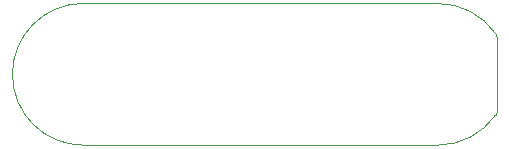
<source format=gbr>
G04 #@! TF.GenerationSoftware,KiCad,Pcbnew,5.1.10-88a1d61d58~90~ubuntu20.04.1*
G04 #@! TF.CreationDate,2021-11-22T21:12:46+01:00*
G04 #@! TF.ProjectId,nRF52832_qfaa,6e524635-3238-4333-925f-716661612e6b,rev?*
G04 #@! TF.SameCoordinates,Original*
G04 #@! TF.FileFunction,Profile,NP*
%FSLAX45Y45*%
G04 Gerber Fmt 4.5, Leading zero omitted, Abs format (unit mm)*
G04 Created by KiCad (PCBNEW 5.1.10-88a1d61d58~90~ubuntu20.04.1) date 2021-11-22 21:12:46*
%MOMM*%
%LPD*%
G01*
G04 APERTURE LIST*
G04 #@! TA.AperFunction,Profile*
%ADD10C,0.050000*%
G04 #@! TD*
G04 APERTURE END LIST*
D10*
X7096280Y-3833460D02*
X7087819Y-3877537D01*
X7087819Y-3189383D02*
X7096280Y-3233460D01*
X7087819Y-3189383D02*
G75*
G03*
X6596280Y-2933460I-491539J-344077D01*
G01*
X7096280Y-3733460D02*
X7096280Y-3833460D01*
X3596280Y-4133460D02*
X6596280Y-4133460D01*
X6596280Y-2933460D02*
X3596280Y-2933460D01*
X7096280Y-3333460D02*
X7096280Y-3233460D01*
X7087819Y-3877537D02*
G75*
G02*
X6596280Y-4133460I-491539J344077D01*
G01*
X3596280Y-4133460D02*
G75*
G02*
X3596280Y-2933460I0J600000D01*
G01*
X7096280Y-3333460D02*
X7096280Y-3733460D01*
M02*

</source>
